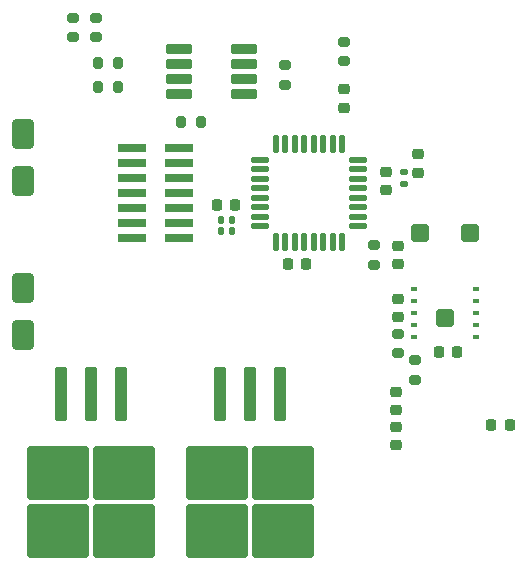
<source format=gbr>
%TF.GenerationSoftware,KiCad,Pcbnew,9.0.4*%
%TF.CreationDate,2025-11-05T15:34:37+01:00*%
%TF.ProjectId,FliperKAd,466c6970-6572-44b4-9164-2e6b69636164,rev?*%
%TF.SameCoordinates,Original*%
%TF.FileFunction,Paste,Top*%
%TF.FilePolarity,Positive*%
%FSLAX46Y46*%
G04 Gerber Fmt 4.6, Leading zero omitted, Abs format (unit mm)*
G04 Created by KiCad (PCBNEW 9.0.4) date 2025-11-05 15:34:37*
%MOMM*%
%LPD*%
G01*
G04 APERTURE LIST*
G04 Aperture macros list*
%AMRoundRect*
0 Rectangle with rounded corners*
0 $1 Rounding radius*
0 $2 $3 $4 $5 $6 $7 $8 $9 X,Y pos of 4 corners*
0 Add a 4 corners polygon primitive as box body*
4,1,4,$2,$3,$4,$5,$6,$7,$8,$9,$2,$3,0*
0 Add four circle primitives for the rounded corners*
1,1,$1+$1,$2,$3*
1,1,$1+$1,$4,$5*
1,1,$1+$1,$6,$7*
1,1,$1+$1,$8,$9*
0 Add four rect primitives between the rounded corners*
20,1,$1+$1,$2,$3,$4,$5,0*
20,1,$1+$1,$4,$5,$6,$7,0*
20,1,$1+$1,$6,$7,$8,$9,0*
20,1,$1+$1,$8,$9,$2,$3,0*%
G04 Aperture macros list end*
%ADD10RoundRect,0.200000X0.275000X-0.200000X0.275000X0.200000X-0.275000X0.200000X-0.275000X-0.200000X0*%
%ADD11RoundRect,0.225000X-0.250000X0.225000X-0.250000X-0.225000X0.250000X-0.225000X0.250000X0.225000X0*%
%ADD12RoundRect,0.250000X-2.375000X2.025000X-2.375000X-2.025000X2.375000X-2.025000X2.375000X2.025000X0*%
%ADD13RoundRect,0.250000X-0.300000X2.050000X-0.300000X-2.050000X0.300000X-2.050000X0.300000X2.050000X0*%
%ADD14RoundRect,0.140000X-0.140000X-0.170000X0.140000X-0.170000X0.140000X0.170000X-0.140000X0.170000X0*%
%ADD15RoundRect,0.225000X0.250000X-0.225000X0.250000X0.225000X-0.250000X0.225000X-0.250000X-0.225000X0*%
%ADD16RoundRect,0.218750X-0.256250X0.218750X-0.256250X-0.218750X0.256250X-0.218750X0.256250X0.218750X0*%
%ADD17RoundRect,0.225000X-0.225000X-0.250000X0.225000X-0.250000X0.225000X0.250000X-0.225000X0.250000X0*%
%ADD18RoundRect,0.200000X-0.275000X0.200000X-0.275000X-0.200000X0.275000X-0.200000X0.275000X0.200000X0*%
%ADD19RoundRect,0.250000X-0.650000X1.000000X-0.650000X-1.000000X0.650000X-1.000000X0.650000X1.000000X0*%
%ADD20RoundRect,0.200000X0.200000X0.275000X-0.200000X0.275000X-0.200000X-0.275000X0.200000X-0.275000X0*%
%ADD21RoundRect,0.140000X-0.170000X0.140000X-0.170000X-0.140000X0.170000X-0.140000X0.170000X0.140000X0*%
%ADD22RoundRect,0.218750X0.256250X-0.218750X0.256250X0.218750X-0.256250X0.218750X-0.256250X-0.218750X0*%
%ADD23R,2.400000X0.740000*%
%ADD24RoundRect,0.125000X0.125000X-0.625000X0.125000X0.625000X-0.125000X0.625000X-0.125000X-0.625000X0*%
%ADD25RoundRect,0.125000X0.625000X-0.125000X0.625000X0.125000X-0.625000X0.125000X-0.625000X-0.125000X0*%
%ADD26RoundRect,0.117000X1.023000X-0.273000X1.023000X0.273000X-1.023000X0.273000X-1.023000X-0.273000X0*%
%ADD27RoundRect,0.200000X-0.200000X-0.275000X0.200000X-0.275000X0.200000X0.275000X-0.200000X0.275000X0*%
%ADD28RoundRect,0.060000X0.190000X-0.140000X0.190000X0.140000X-0.190000X0.140000X-0.190000X-0.140000X0*%
%ADD29RoundRect,0.225000X0.525000X-0.525000X0.525000X0.525000X-0.525000X0.525000X-0.525000X-0.525000X0*%
%ADD30RoundRect,0.225000X0.225000X0.250000X-0.225000X0.250000X-0.225000X-0.250000X0.225000X-0.250000X0*%
G04 APERTURE END LIST*
D10*
%TO.C,R8*%
X208000000Y-70825000D03*
X208000000Y-69175000D03*
%TD*%
D11*
%TO.C,C2*%
X217500000Y-88975000D03*
X217500000Y-90525000D03*
%TD*%
%TO.C,C6*%
X216500000Y-78225000D03*
X216500000Y-79775000D03*
%TD*%
D12*
%TO.C,Q2*%
X207775000Y-103725000D03*
X202225000Y-103725000D03*
X207775000Y-108575000D03*
X202225000Y-108575000D03*
D13*
X207540000Y-97000000D03*
X205000000Y-97000000D03*
X202460000Y-97000000D03*
%TD*%
D14*
%TO.C,C10*%
X202520000Y-83250000D03*
X203480000Y-83250000D03*
%TD*%
D11*
%TO.C,C4*%
X217500000Y-84475000D03*
X217500000Y-86025000D03*
%TD*%
D15*
%TO.C,C12*%
X217400000Y-98375000D03*
X217400000Y-96825000D03*
%TD*%
D10*
%TO.C,R1*%
X213000000Y-68862500D03*
X213000000Y-67212500D03*
%TD*%
D16*
%TO.C,D1*%
X213000000Y-71212500D03*
X213000000Y-72787500D03*
%TD*%
D17*
%TO.C,C3*%
X221000000Y-93500000D03*
X222550000Y-93500000D03*
%TD*%
D18*
%TO.C,R3*%
X217500000Y-91925000D03*
X217500000Y-93575000D03*
%TD*%
D19*
%TO.C,D3*%
X185800000Y-88000000D03*
X185800000Y-92000000D03*
%TD*%
D15*
%TO.C,C5*%
X217400000Y-101375000D03*
X217400000Y-99825000D03*
%TD*%
D12*
%TO.C,Q1*%
X194315000Y-103725000D03*
X188765000Y-103725000D03*
X194315000Y-108575000D03*
X188765000Y-108575000D03*
D13*
X194080000Y-97000000D03*
X191540000Y-97000000D03*
X189000000Y-97000000D03*
%TD*%
D20*
%TO.C,R7*%
X200825000Y-74000000D03*
X199175000Y-74000000D03*
%TD*%
D21*
%TO.C,C8*%
X218000000Y-78250000D03*
X218000000Y-79210000D03*
%TD*%
D22*
%TO.C,L2*%
X219250000Y-78287500D03*
X219250000Y-76712500D03*
%TD*%
D10*
%TO.C,R12*%
X190000000Y-66825000D03*
X190000000Y-65175000D03*
%TD*%
D17*
%TO.C,C1*%
X225425000Y-99600000D03*
X226975000Y-99600000D03*
%TD*%
D23*
%TO.C,J2*%
X195050000Y-76190000D03*
X198950000Y-76190000D03*
X195050000Y-77460000D03*
X198950000Y-77460000D03*
X195050000Y-78730000D03*
X198950000Y-78730000D03*
X195050000Y-80000000D03*
X198950000Y-80000000D03*
X195050000Y-81270000D03*
X198950000Y-81270000D03*
X195050000Y-82540000D03*
X198950000Y-82540000D03*
X195050000Y-83810000D03*
X198950000Y-83810000D03*
%TD*%
D24*
%TO.C,U1*%
X207200000Y-84175000D03*
X208000000Y-84175000D03*
X208800000Y-84175000D03*
X209600000Y-84175000D03*
X210400000Y-84175000D03*
X211200000Y-84175000D03*
X212000000Y-84175000D03*
X212800000Y-84175000D03*
D25*
X214175000Y-82800000D03*
X214175000Y-82000000D03*
X214175000Y-81200000D03*
X214175000Y-80400000D03*
X214175000Y-79600000D03*
X214175000Y-78800000D03*
X214175000Y-78000000D03*
X214175000Y-77200000D03*
D24*
X212800000Y-75825000D03*
X212000000Y-75825000D03*
X211200000Y-75825000D03*
X210400000Y-75825000D03*
X209600000Y-75825000D03*
X208800000Y-75825000D03*
X208000000Y-75825000D03*
X207200000Y-75825000D03*
D25*
X205825000Y-77200000D03*
X205825000Y-78000000D03*
X205825000Y-78800000D03*
X205825000Y-79600000D03*
X205825000Y-80400000D03*
X205825000Y-81200000D03*
X205825000Y-82000000D03*
X205825000Y-82800000D03*
%TD*%
D17*
%TO.C,C7*%
X202225000Y-81000000D03*
X203775000Y-81000000D03*
%TD*%
D14*
%TO.C,C9*%
X202520000Y-82250000D03*
X203480000Y-82250000D03*
%TD*%
D26*
%TO.C,U4*%
X204490000Y-71620000D03*
X204500000Y-70350000D03*
X204520000Y-69080000D03*
X204530000Y-67810000D03*
X199030000Y-67810000D03*
X199020000Y-69080000D03*
X199000000Y-70350000D03*
X198990000Y-71620000D03*
%TD*%
D27*
%TO.C,R10*%
X192175000Y-71000000D03*
X193825000Y-71000000D03*
%TD*%
D18*
%TO.C,R5*%
X219000000Y-94175000D03*
X219000000Y-95825000D03*
%TD*%
D28*
%TO.C,U3*%
X218900000Y-92150000D03*
X218900000Y-91150000D03*
X218900000Y-90150000D03*
X218900000Y-89150000D03*
X218900000Y-88150000D03*
D29*
X219400000Y-83400000D03*
X223600000Y-83400000D03*
D28*
X224100000Y-88150000D03*
X224100000Y-89150000D03*
X224100000Y-90150000D03*
X224100000Y-91150000D03*
X224100000Y-92150000D03*
D29*
X221500000Y-90550000D03*
%TD*%
D19*
%TO.C,D2*%
X185800000Y-75000000D03*
X185800000Y-79000000D03*
%TD*%
D10*
%TO.C,R9*%
X192000000Y-66825000D03*
X192000000Y-65175000D03*
%TD*%
D18*
%TO.C,R4*%
X215500000Y-84425000D03*
X215500000Y-86075000D03*
%TD*%
D30*
%TO.C,C11*%
X209775000Y-86000000D03*
X208225000Y-86000000D03*
%TD*%
D27*
%TO.C,R11*%
X192175000Y-69000000D03*
X193825000Y-69000000D03*
%TD*%
M02*

</source>
